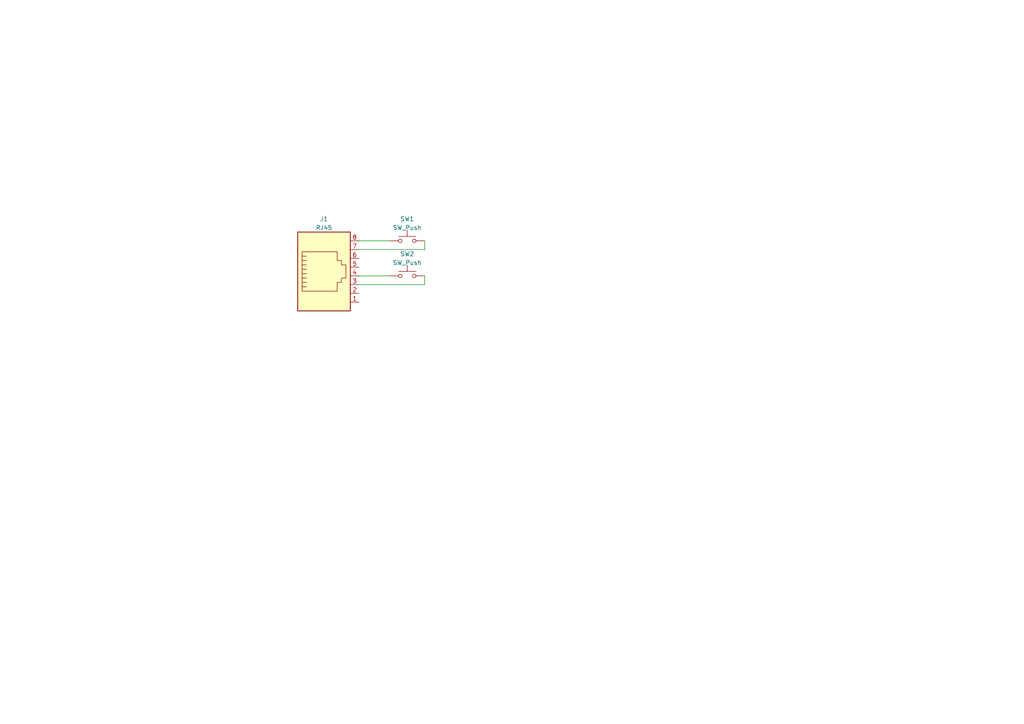
<source format=kicad_sch>
(kicad_sch (version 20221206) (generator eeschema)
  (paper "A4")
  (lib_symbols
    (symbol "Connector:RJ45" (pin_names (offset 1.016))
      (property "Reference" "J" (at -5.08 13.97 0))
      (property "Value" "RJ45" (at 2.54 13.97 0))
      (symbol "RJ45_0_1"
        (polyline (pts (xy -5.08 4.445) (xy -6.35 4.445)))
        (polyline (pts (xy -5.08 5.715) (xy -6.35 5.715)))
        (polyline (pts (xy -6.35 -3.175) (xy -5.08 -3.175) (xy -5.08 -3.175)))
        (polyline (pts (xy -6.35 -1.905) (xy -5.08 -1.905) (xy -5.08 -1.905)))
        (polyline (pts (xy -6.35 -0.635) (xy -5.08 -0.635) (xy -5.08 -0.635)))
        (polyline (pts (xy -6.35 0.635) (xy -5.08 0.635) (xy -5.08 0.635)))
        (polyline (pts (xy -6.35 1.905) (xy -5.08 1.905) (xy -5.08 1.905)))
        (polyline (pts (xy -5.08 3.175) (xy -6.35 3.175) (xy -6.35 3.175)))
        (polyline (pts (xy -6.35 -4.445) (xy -6.35 6.985) (xy 3.81 6.985) (xy 3.81 4.445) (xy 5.08 4.445) (xy 5.08 3.175) (xy 6.35 3.175) (xy 6.35 -0.635) (xy 5.08 -0.635) (xy 5.08 -1.905) (xy 3.81 -1.905) (xy 3.81 -4.445) (xy -6.35 -4.445) (xy -6.35 -4.445)))
        (rectangle (start 7.62 12.7) (end -7.62 -10.16) (stroke (width 0.254)) (fill (type background)))
      )
      (symbol "RJ45_1_1"
        (pin passive line (at 10.16 -7.62 180) (length 2.54) (name "~") (number "1"))
        (pin passive line (at 10.16 -5.08 180) (length 2.54) (name "~") (number "2"))
        (pin passive line (at 10.16 -2.54 180) (length 2.54) (name "~") (number "3"))
        (pin passive line (at 10.16 0 180) (length 2.54) (name "~") (number "4"))
        (pin passive line (at 10.16 2.54 180) (length 2.54) (name "~") (number "5"))
        (pin passive line (at 10.16 5.08 180) (length 2.54) (name "~") (number "6"))
        (pin passive line (at 10.16 7.62 180) (length 2.54) (name "~") (number "7"))
        (pin passive line (at 10.16 10.16 180) (length 2.54) (name "~") (number "8"))
      )
    )
    (symbol "Switch:SW_Push" (pin_numbers hide) (pin_names (offset 1.016) hide)
      (property "Reference" "SW" (at 1.27 2.54 0))
      (property "Value" "SW_Push" (at 0 -1.524 0))
      (symbol "SW_Push_0_1"
        (circle (center -2.032 0) (radius 0.508))
        (polyline (pts (xy 0 1.27) (xy 0 3.048)))
        (polyline (pts (xy 2.54 1.27) (xy -2.54 1.27)))
        (circle (center 2.032 0) (radius 0.508))
        (pin passive line (at -5.08 0 0) (length 2.54) (name "1") (number "1"))
        (pin passive line (at 5.08 0 180) (length 2.54) (name "2") (number "2"))
      )
    )
  )
  (wire (pts (xy 104.14 72.39) (xy 123.19 72.39)))
  (wire (pts (xy 113.03 69.85) (xy 104.14 69.85)))
  (wire (pts (xy 123.19 82.55) (xy 104.14 82.55)))
  (wire (pts (xy 123.19 72.39) (xy 123.19 69.85)))
  (wire (pts (xy 104.14 80.01) (xy 113.03 80.01)))
  (wire (pts (xy 123.19 80.01) (xy 123.19 82.55)))
  (symbol (lib_id "Switch:SW_Push") (at 118.11 80.01 0) (unit 1)
    (property "Reference" "SW2" (at 118.11 73.66 0))
    (property "Value" "SW_Push" (at 118.11 76.2 0))
  )
  (symbol (lib_id "Switch:SW_Push") (at 118.11 69.85 0) (unit 1)
    (property "Reference" "SW1" (at 118.11 63.5 0))
    (property "Value" "SW_Push" (at 118.11 66.04 0))
  )
  (symbol (lib_id "Connector:RJ45") (at 93.98 80.01 0) (unit 1)
    (property "Reference" "J1" (at 93.98 63.5 0))
    (property "Value" "RJ45" (at 93.98 66.04 0))
  )
)
</source>
